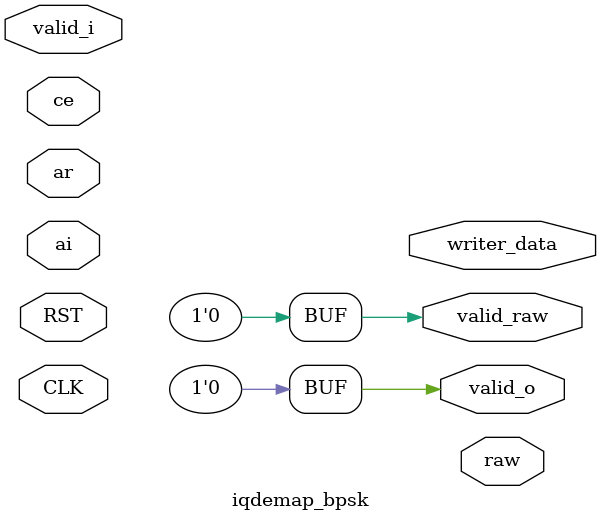
<source format=v>

module iqdemap_bpsk 
  (
   input               CLK,
   input               RST,

   input               ce,

   input               valid_i,
   input signed [10:0] ar,
   input signed [10:0] ai,

   output              valid_o,
   output [127:0]      writer_data,

   output              valid_raw,
   output              raw
   );

   assign valid_o = 0;
	assign valid_raw = 0;
endmodule

</source>
